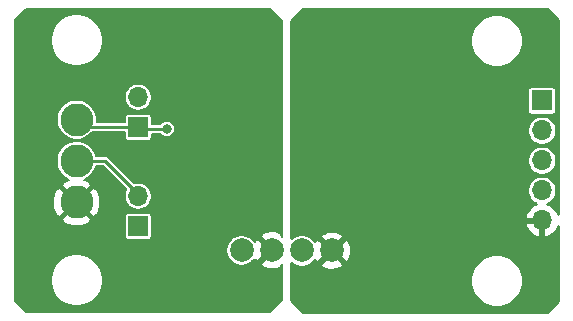
<source format=gbl>
G04 #@! TF.GenerationSoftware,KiCad,Pcbnew,5.1.12-84ad8e8a86~92~ubuntu16.04.1*
G04 #@! TF.CreationDate,2022-11-17T23:54:25+01:00*
G04 #@! TF.ProjectId,RS485-TTL,52533438-352d-4545-944c-2e6b69636164,rev?*
G04 #@! TF.SameCoordinates,Original*
G04 #@! TF.FileFunction,Copper,L2,Bot*
G04 #@! TF.FilePolarity,Positive*
%FSLAX46Y46*%
G04 Gerber Fmt 4.6, Leading zero omitted, Abs format (unit mm)*
G04 Created by KiCad (PCBNEW 5.1.12-84ad8e8a86~92~ubuntu16.04.1) date 2022-11-17 23:54:25*
%MOMM*%
%LPD*%
G01*
G04 APERTURE LIST*
G04 #@! TA.AperFunction,ComponentPad*
%ADD10C,2.800000*%
G04 #@! TD*
G04 #@! TA.AperFunction,ComponentPad*
%ADD11O,1.700000X1.700000*%
G04 #@! TD*
G04 #@! TA.AperFunction,ComponentPad*
%ADD12R,1.700000X1.700000*%
G04 #@! TD*
G04 #@! TA.AperFunction,ComponentPad*
%ADD13C,2.000000*%
G04 #@! TD*
G04 #@! TA.AperFunction,ViaPad*
%ADD14C,0.800000*%
G04 #@! TD*
G04 #@! TA.AperFunction,Conductor*
%ADD15C,0.250000*%
G04 #@! TD*
G04 #@! TA.AperFunction,Conductor*
%ADD16C,0.200000*%
G04 #@! TD*
G04 #@! TA.AperFunction,Conductor*
%ADD17C,0.100000*%
G04 #@! TD*
G04 #@! TA.AperFunction,Conductor*
%ADD18C,0.254000*%
G04 #@! TD*
G04 APERTURE END LIST*
D10*
X133350000Y-88392000D03*
X133350000Y-84892000D03*
X133350000Y-81392000D03*
D11*
X138557000Y-87884000D03*
D12*
X138557000Y-90424000D03*
D13*
X154940000Y-92456000D03*
X152400000Y-92456000D03*
X149860000Y-92456000D03*
X147320000Y-92456000D03*
D12*
X172720000Y-79756000D03*
D11*
X172720000Y-82296000D03*
X172720000Y-84836000D03*
X172720000Y-87376000D03*
X172720000Y-89916000D03*
D12*
X138557000Y-82042000D03*
D11*
X138557000Y-79502000D03*
D14*
X163195000Y-89916000D03*
X157988000Y-86106000D03*
X157734000Y-79248000D03*
X167894000Y-84836000D03*
X167894000Y-87376000D03*
X157988000Y-87757000D03*
X173228000Y-72898000D03*
X173228000Y-96774000D03*
X154559000Y-87630000D03*
X152400000Y-72898000D03*
X163195000Y-72898000D03*
X163195000Y-96774000D03*
X152400000Y-96774000D03*
X151892000Y-88011000D03*
X167894000Y-82296000D03*
X151892000Y-83058000D03*
X162179000Y-79756000D03*
X149860000Y-96774000D03*
X149860000Y-72898000D03*
X148717000Y-79883000D03*
X148717000Y-86233000D03*
X141732000Y-79502000D03*
X140716000Y-96774000D03*
X139954000Y-72898000D03*
X129032000Y-72898000D03*
X129032000Y-96774000D03*
X129032000Y-84899500D03*
X140589000Y-87757000D03*
X143129000Y-86042500D03*
X136206989Y-83566000D03*
X136206989Y-80518000D03*
X137541000Y-75374500D03*
X136356944Y-86518750D03*
X145288000Y-92456000D03*
X140969999Y-82176902D03*
D15*
X134000000Y-82042000D02*
X133350000Y-81392000D01*
X138557000Y-82042000D02*
X134000000Y-82042000D01*
X138691902Y-82176902D02*
X138557000Y-82042000D01*
X140969999Y-82176902D02*
X138691902Y-82176902D01*
X135755500Y-84892000D02*
X138557000Y-87693500D01*
X133350000Y-84892000D02*
X135755500Y-84892000D01*
D16*
X150776000Y-73002922D02*
X150776000Y-91306573D01*
X150680819Y-91064238D01*
X150393528Y-90930846D01*
X150085735Y-90856066D01*
X149769265Y-90842770D01*
X149456284Y-90891469D01*
X149158816Y-91000292D01*
X149039181Y-91064238D01*
X148939590Y-91317801D01*
X149860000Y-92238211D01*
X149874142Y-92224069D01*
X150091931Y-92441858D01*
X150077789Y-92456000D01*
X150091931Y-92470142D01*
X149874142Y-92687931D01*
X149860000Y-92673789D01*
X148939590Y-93594199D01*
X149039181Y-93847762D01*
X149326472Y-93981154D01*
X149634265Y-94055934D01*
X149950735Y-94069230D01*
X150263716Y-94020531D01*
X150561184Y-93911708D01*
X150680819Y-93847762D01*
X150776000Y-93605427D01*
X150776000Y-96669078D01*
X149755078Y-97690000D01*
X129073422Y-97690000D01*
X128116000Y-96732578D01*
X128116000Y-94779319D01*
X131150000Y-94779319D01*
X131150000Y-95212681D01*
X131234545Y-95637716D01*
X131400385Y-96038091D01*
X131641148Y-96398418D01*
X131947582Y-96704852D01*
X132307909Y-96945615D01*
X132708284Y-97111455D01*
X133133319Y-97196000D01*
X133566681Y-97196000D01*
X133991716Y-97111455D01*
X134392091Y-96945615D01*
X134752418Y-96704852D01*
X135058852Y-96398418D01*
X135299615Y-96038091D01*
X135465455Y-95637716D01*
X135550000Y-95212681D01*
X135550000Y-94779319D01*
X135465455Y-94354284D01*
X135299615Y-93953909D01*
X135058852Y-93593582D01*
X134752418Y-93287148D01*
X134392091Y-93046385D01*
X133991716Y-92880545D01*
X133566681Y-92796000D01*
X133133319Y-92796000D01*
X132708284Y-92880545D01*
X132307909Y-93046385D01*
X131947582Y-93287148D01*
X131641148Y-93593582D01*
X131400385Y-93953909D01*
X131234545Y-94354284D01*
X131150000Y-94779319D01*
X128116000Y-94779319D01*
X128116000Y-92327961D01*
X146020000Y-92327961D01*
X146020000Y-92584039D01*
X146069958Y-92835196D01*
X146167955Y-93071781D01*
X146310224Y-93284702D01*
X146491298Y-93465776D01*
X146704219Y-93608045D01*
X146940804Y-93706042D01*
X147191961Y-93756000D01*
X147448039Y-93756000D01*
X147699196Y-93706042D01*
X147935781Y-93608045D01*
X148148702Y-93465776D01*
X148329776Y-93284702D01*
X148409042Y-93166071D01*
X148468238Y-93276819D01*
X148721801Y-93376410D01*
X149642211Y-92456000D01*
X148721801Y-91535590D01*
X148468238Y-91635181D01*
X148413629Y-91752794D01*
X148329776Y-91627298D01*
X148148702Y-91446224D01*
X147935781Y-91303955D01*
X147699196Y-91205958D01*
X147448039Y-91156000D01*
X147191961Y-91156000D01*
X146940804Y-91205958D01*
X146704219Y-91303955D01*
X146491298Y-91446224D01*
X146310224Y-91627298D01*
X146167955Y-91840219D01*
X146069958Y-92076804D01*
X146020000Y-92327961D01*
X128116000Y-92327961D01*
X128116000Y-89815653D01*
X132144136Y-89815653D01*
X132292065Y-90110124D01*
X132647583Y-90283504D01*
X133030094Y-90384194D01*
X133424898Y-90408325D01*
X133816824Y-90354970D01*
X134190811Y-90226180D01*
X134407935Y-90110124D01*
X134555864Y-89815653D01*
X133350000Y-88609789D01*
X132144136Y-89815653D01*
X128116000Y-89815653D01*
X128116000Y-88466898D01*
X131333675Y-88466898D01*
X131387030Y-88858824D01*
X131515820Y-89232811D01*
X131631876Y-89449935D01*
X131926347Y-89597864D01*
X133132211Y-88392000D01*
X133567789Y-88392000D01*
X134773653Y-89597864D01*
X134821157Y-89574000D01*
X137405549Y-89574000D01*
X137405549Y-91274000D01*
X137411341Y-91332810D01*
X137428496Y-91389360D01*
X137456353Y-91441477D01*
X137493842Y-91487158D01*
X137539523Y-91524647D01*
X137591640Y-91552504D01*
X137648190Y-91569659D01*
X137707000Y-91575451D01*
X139407000Y-91575451D01*
X139465810Y-91569659D01*
X139522360Y-91552504D01*
X139574477Y-91524647D01*
X139620158Y-91487158D01*
X139657647Y-91441477D01*
X139685504Y-91389360D01*
X139702659Y-91332810D01*
X139708451Y-91274000D01*
X139708451Y-89574000D01*
X139702659Y-89515190D01*
X139685504Y-89458640D01*
X139657647Y-89406523D01*
X139620158Y-89360842D01*
X139574477Y-89323353D01*
X139522360Y-89295496D01*
X139465810Y-89278341D01*
X139407000Y-89272549D01*
X137707000Y-89272549D01*
X137648190Y-89278341D01*
X137591640Y-89295496D01*
X137539523Y-89323353D01*
X137493842Y-89360842D01*
X137456353Y-89406523D01*
X137428496Y-89458640D01*
X137411341Y-89515190D01*
X137405549Y-89574000D01*
X134821157Y-89574000D01*
X135068124Y-89449935D01*
X135241504Y-89094417D01*
X135342194Y-88711906D01*
X135366325Y-88317102D01*
X135312970Y-87925176D01*
X135184180Y-87551189D01*
X135068124Y-87334065D01*
X134773653Y-87186136D01*
X133567789Y-88392000D01*
X133132211Y-88392000D01*
X131926347Y-87186136D01*
X131631876Y-87334065D01*
X131458496Y-87689583D01*
X131357806Y-88072094D01*
X131333675Y-88466898D01*
X128116000Y-88466898D01*
X128116000Y-84724565D01*
X131650000Y-84724565D01*
X131650000Y-85059435D01*
X131715330Y-85387872D01*
X131843479Y-85697252D01*
X132029523Y-85975687D01*
X132266313Y-86212477D01*
X132544748Y-86398521D01*
X132738601Y-86478817D01*
X132509189Y-86557820D01*
X132292065Y-86673876D01*
X132144136Y-86968347D01*
X133350000Y-88174211D01*
X134555864Y-86968347D01*
X134407935Y-86673876D01*
X134052417Y-86500496D01*
X133964765Y-86477423D01*
X134155252Y-86398521D01*
X134433687Y-86212477D01*
X134670477Y-85975687D01*
X134856521Y-85697252D01*
X134984670Y-85387872D01*
X134998767Y-85317000D01*
X135579460Y-85317000D01*
X137563457Y-87300998D01*
X137537884Y-87339271D01*
X137451194Y-87548557D01*
X137407000Y-87770735D01*
X137407000Y-87997265D01*
X137451194Y-88219443D01*
X137537884Y-88428729D01*
X137663737Y-88617082D01*
X137823918Y-88777263D01*
X138012271Y-88903116D01*
X138221557Y-88989806D01*
X138443735Y-89034000D01*
X138670265Y-89034000D01*
X138892443Y-88989806D01*
X139101729Y-88903116D01*
X139290082Y-88777263D01*
X139450263Y-88617082D01*
X139576116Y-88428729D01*
X139662806Y-88219443D01*
X139707000Y-87997265D01*
X139707000Y-87770735D01*
X139662806Y-87548557D01*
X139576116Y-87339271D01*
X139450263Y-87150918D01*
X139290082Y-86990737D01*
X139101729Y-86864884D01*
X138892443Y-86778194D01*
X138670265Y-86734000D01*
X138443735Y-86734000D01*
X138239221Y-86774680D01*
X136070783Y-84606243D01*
X136057474Y-84590026D01*
X135992760Y-84536916D01*
X135918927Y-84497452D01*
X135838814Y-84473150D01*
X135776374Y-84467000D01*
X135776367Y-84467000D01*
X135755500Y-84464945D01*
X135734633Y-84467000D01*
X134998767Y-84467000D01*
X134984670Y-84396128D01*
X134856521Y-84086748D01*
X134670477Y-83808313D01*
X134433687Y-83571523D01*
X134155252Y-83385479D01*
X133845872Y-83257330D01*
X133517435Y-83192000D01*
X133182565Y-83192000D01*
X132854128Y-83257330D01*
X132544748Y-83385479D01*
X132266313Y-83571523D01*
X132029523Y-83808313D01*
X131843479Y-84086748D01*
X131715330Y-84396128D01*
X131650000Y-84724565D01*
X128116000Y-84724565D01*
X128116000Y-81224565D01*
X131650000Y-81224565D01*
X131650000Y-81559435D01*
X131715330Y-81887872D01*
X131843479Y-82197252D01*
X132029523Y-82475687D01*
X132266313Y-82712477D01*
X132544748Y-82898521D01*
X132854128Y-83026670D01*
X133182565Y-83092000D01*
X133517435Y-83092000D01*
X133845872Y-83026670D01*
X134155252Y-82898521D01*
X134433687Y-82712477D01*
X134670477Y-82475687D01*
X134676281Y-82467000D01*
X137405549Y-82467000D01*
X137405549Y-82892000D01*
X137411341Y-82950810D01*
X137428496Y-83007360D01*
X137456353Y-83059477D01*
X137493842Y-83105158D01*
X137539523Y-83142647D01*
X137591640Y-83170504D01*
X137648190Y-83187659D01*
X137707000Y-83193451D01*
X139407000Y-83193451D01*
X139465810Y-83187659D01*
X139522360Y-83170504D01*
X139574477Y-83142647D01*
X139620158Y-83105158D01*
X139657647Y-83059477D01*
X139685504Y-83007360D01*
X139702659Y-82950810D01*
X139708451Y-82892000D01*
X139708451Y-82601902D01*
X140412092Y-82601902D01*
X140426273Y-82623126D01*
X140523775Y-82720628D01*
X140638425Y-82797234D01*
X140765817Y-82850001D01*
X140901055Y-82876902D01*
X141038943Y-82876902D01*
X141174181Y-82850001D01*
X141301573Y-82797234D01*
X141416223Y-82720628D01*
X141513725Y-82623126D01*
X141590331Y-82508476D01*
X141643098Y-82381084D01*
X141669999Y-82245846D01*
X141669999Y-82107958D01*
X141643098Y-81972720D01*
X141590331Y-81845328D01*
X141513725Y-81730678D01*
X141416223Y-81633176D01*
X141301573Y-81556570D01*
X141174181Y-81503803D01*
X141038943Y-81476902D01*
X140901055Y-81476902D01*
X140765817Y-81503803D01*
X140638425Y-81556570D01*
X140523775Y-81633176D01*
X140426273Y-81730678D01*
X140412092Y-81751902D01*
X139708451Y-81751902D01*
X139708451Y-81192000D01*
X139702659Y-81133190D01*
X139685504Y-81076640D01*
X139657647Y-81024523D01*
X139620158Y-80978842D01*
X139574477Y-80941353D01*
X139522360Y-80913496D01*
X139465810Y-80896341D01*
X139407000Y-80890549D01*
X137707000Y-80890549D01*
X137648190Y-80896341D01*
X137591640Y-80913496D01*
X137539523Y-80941353D01*
X137493842Y-80978842D01*
X137456353Y-81024523D01*
X137428496Y-81076640D01*
X137411341Y-81133190D01*
X137405549Y-81192000D01*
X137405549Y-81617000D01*
X135038550Y-81617000D01*
X135050000Y-81559435D01*
X135050000Y-81224565D01*
X134984670Y-80896128D01*
X134856521Y-80586748D01*
X134670477Y-80308313D01*
X134433687Y-80071523D01*
X134155252Y-79885479D01*
X133845872Y-79757330D01*
X133517435Y-79692000D01*
X133182565Y-79692000D01*
X132854128Y-79757330D01*
X132544748Y-79885479D01*
X132266313Y-80071523D01*
X132029523Y-80308313D01*
X131843479Y-80586748D01*
X131715330Y-80896128D01*
X131650000Y-81224565D01*
X128116000Y-81224565D01*
X128116000Y-79388735D01*
X137407000Y-79388735D01*
X137407000Y-79615265D01*
X137451194Y-79837443D01*
X137537884Y-80046729D01*
X137663737Y-80235082D01*
X137823918Y-80395263D01*
X138012271Y-80521116D01*
X138221557Y-80607806D01*
X138443735Y-80652000D01*
X138670265Y-80652000D01*
X138892443Y-80607806D01*
X139101729Y-80521116D01*
X139290082Y-80395263D01*
X139450263Y-80235082D01*
X139576116Y-80046729D01*
X139662806Y-79837443D01*
X139707000Y-79615265D01*
X139707000Y-79388735D01*
X139662806Y-79166557D01*
X139576116Y-78957271D01*
X139450263Y-78768918D01*
X139290082Y-78608737D01*
X139101729Y-78482884D01*
X138892443Y-78396194D01*
X138670265Y-78352000D01*
X138443735Y-78352000D01*
X138221557Y-78396194D01*
X138012271Y-78482884D01*
X137823918Y-78608737D01*
X137663737Y-78768918D01*
X137537884Y-78957271D01*
X137451194Y-79166557D01*
X137407000Y-79388735D01*
X128116000Y-79388735D01*
X128116000Y-74459319D01*
X131150000Y-74459319D01*
X131150000Y-74892681D01*
X131234545Y-75317716D01*
X131400385Y-75718091D01*
X131641148Y-76078418D01*
X131947582Y-76384852D01*
X132307909Y-76625615D01*
X132708284Y-76791455D01*
X133133319Y-76876000D01*
X133566681Y-76876000D01*
X133991716Y-76791455D01*
X134392091Y-76625615D01*
X134752418Y-76384852D01*
X135058852Y-76078418D01*
X135299615Y-75718091D01*
X135465455Y-75317716D01*
X135550000Y-74892681D01*
X135550000Y-74459319D01*
X135465455Y-74034284D01*
X135299615Y-73633909D01*
X135058852Y-73273582D01*
X134752418Y-72967148D01*
X134392091Y-72726385D01*
X133991716Y-72560545D01*
X133566681Y-72476000D01*
X133133319Y-72476000D01*
X132708284Y-72560545D01*
X132307909Y-72726385D01*
X131947582Y-72967148D01*
X131641148Y-73273582D01*
X131400385Y-73633909D01*
X131234545Y-74034284D01*
X131150000Y-74459319D01*
X128116000Y-74459319D01*
X128116000Y-72939422D01*
X129073422Y-71982000D01*
X149755078Y-71982000D01*
X150776000Y-73002922D01*
G04 #@! TA.AperFunction,Conductor*
D17*
G36*
X150776000Y-73002922D02*
G01*
X150776000Y-91306573D01*
X150680819Y-91064238D01*
X150393528Y-90930846D01*
X150085735Y-90856066D01*
X149769265Y-90842770D01*
X149456284Y-90891469D01*
X149158816Y-91000292D01*
X149039181Y-91064238D01*
X148939590Y-91317801D01*
X149860000Y-92238211D01*
X149874142Y-92224069D01*
X150091931Y-92441858D01*
X150077789Y-92456000D01*
X150091931Y-92470142D01*
X149874142Y-92687931D01*
X149860000Y-92673789D01*
X148939590Y-93594199D01*
X149039181Y-93847762D01*
X149326472Y-93981154D01*
X149634265Y-94055934D01*
X149950735Y-94069230D01*
X150263716Y-94020531D01*
X150561184Y-93911708D01*
X150680819Y-93847762D01*
X150776000Y-93605427D01*
X150776000Y-96669078D01*
X149755078Y-97690000D01*
X129073422Y-97690000D01*
X128116000Y-96732578D01*
X128116000Y-94779319D01*
X131150000Y-94779319D01*
X131150000Y-95212681D01*
X131234545Y-95637716D01*
X131400385Y-96038091D01*
X131641148Y-96398418D01*
X131947582Y-96704852D01*
X132307909Y-96945615D01*
X132708284Y-97111455D01*
X133133319Y-97196000D01*
X133566681Y-97196000D01*
X133991716Y-97111455D01*
X134392091Y-96945615D01*
X134752418Y-96704852D01*
X135058852Y-96398418D01*
X135299615Y-96038091D01*
X135465455Y-95637716D01*
X135550000Y-95212681D01*
X135550000Y-94779319D01*
X135465455Y-94354284D01*
X135299615Y-93953909D01*
X135058852Y-93593582D01*
X134752418Y-93287148D01*
X134392091Y-93046385D01*
X133991716Y-92880545D01*
X133566681Y-92796000D01*
X133133319Y-92796000D01*
X132708284Y-92880545D01*
X132307909Y-93046385D01*
X131947582Y-93287148D01*
X131641148Y-93593582D01*
X131400385Y-93953909D01*
X131234545Y-94354284D01*
X131150000Y-94779319D01*
X128116000Y-94779319D01*
X128116000Y-92327961D01*
X146020000Y-92327961D01*
X146020000Y-92584039D01*
X146069958Y-92835196D01*
X146167955Y-93071781D01*
X146310224Y-93284702D01*
X146491298Y-93465776D01*
X146704219Y-93608045D01*
X146940804Y-93706042D01*
X147191961Y-93756000D01*
X147448039Y-93756000D01*
X147699196Y-93706042D01*
X147935781Y-93608045D01*
X148148702Y-93465776D01*
X148329776Y-93284702D01*
X148409042Y-93166071D01*
X148468238Y-93276819D01*
X148721801Y-93376410D01*
X149642211Y-92456000D01*
X148721801Y-91535590D01*
X148468238Y-91635181D01*
X148413629Y-91752794D01*
X148329776Y-91627298D01*
X148148702Y-91446224D01*
X147935781Y-91303955D01*
X147699196Y-91205958D01*
X147448039Y-91156000D01*
X147191961Y-91156000D01*
X146940804Y-91205958D01*
X146704219Y-91303955D01*
X146491298Y-91446224D01*
X146310224Y-91627298D01*
X146167955Y-91840219D01*
X146069958Y-92076804D01*
X146020000Y-92327961D01*
X128116000Y-92327961D01*
X128116000Y-89815653D01*
X132144136Y-89815653D01*
X132292065Y-90110124D01*
X132647583Y-90283504D01*
X133030094Y-90384194D01*
X133424898Y-90408325D01*
X133816824Y-90354970D01*
X134190811Y-90226180D01*
X134407935Y-90110124D01*
X134555864Y-89815653D01*
X133350000Y-88609789D01*
X132144136Y-89815653D01*
X128116000Y-89815653D01*
X128116000Y-88466898D01*
X131333675Y-88466898D01*
X131387030Y-88858824D01*
X131515820Y-89232811D01*
X131631876Y-89449935D01*
X131926347Y-89597864D01*
X133132211Y-88392000D01*
X133567789Y-88392000D01*
X134773653Y-89597864D01*
X134821157Y-89574000D01*
X137405549Y-89574000D01*
X137405549Y-91274000D01*
X137411341Y-91332810D01*
X137428496Y-91389360D01*
X137456353Y-91441477D01*
X137493842Y-91487158D01*
X137539523Y-91524647D01*
X137591640Y-91552504D01*
X137648190Y-91569659D01*
X137707000Y-91575451D01*
X139407000Y-91575451D01*
X139465810Y-91569659D01*
X139522360Y-91552504D01*
X139574477Y-91524647D01*
X139620158Y-91487158D01*
X139657647Y-91441477D01*
X139685504Y-91389360D01*
X139702659Y-91332810D01*
X139708451Y-91274000D01*
X139708451Y-89574000D01*
X139702659Y-89515190D01*
X139685504Y-89458640D01*
X139657647Y-89406523D01*
X139620158Y-89360842D01*
X139574477Y-89323353D01*
X139522360Y-89295496D01*
X139465810Y-89278341D01*
X139407000Y-89272549D01*
X137707000Y-89272549D01*
X137648190Y-89278341D01*
X137591640Y-89295496D01*
X137539523Y-89323353D01*
X137493842Y-89360842D01*
X137456353Y-89406523D01*
X137428496Y-89458640D01*
X137411341Y-89515190D01*
X137405549Y-89574000D01*
X134821157Y-89574000D01*
X135068124Y-89449935D01*
X135241504Y-89094417D01*
X135342194Y-88711906D01*
X135366325Y-88317102D01*
X135312970Y-87925176D01*
X135184180Y-87551189D01*
X135068124Y-87334065D01*
X134773653Y-87186136D01*
X133567789Y-88392000D01*
X133132211Y-88392000D01*
X131926347Y-87186136D01*
X131631876Y-87334065D01*
X131458496Y-87689583D01*
X131357806Y-88072094D01*
X131333675Y-88466898D01*
X128116000Y-88466898D01*
X128116000Y-84724565D01*
X131650000Y-84724565D01*
X131650000Y-85059435D01*
X131715330Y-85387872D01*
X131843479Y-85697252D01*
X132029523Y-85975687D01*
X132266313Y-86212477D01*
X132544748Y-86398521D01*
X132738601Y-86478817D01*
X132509189Y-86557820D01*
X132292065Y-86673876D01*
X132144136Y-86968347D01*
X133350000Y-88174211D01*
X134555864Y-86968347D01*
X134407935Y-86673876D01*
X134052417Y-86500496D01*
X133964765Y-86477423D01*
X134155252Y-86398521D01*
X134433687Y-86212477D01*
X134670477Y-85975687D01*
X134856521Y-85697252D01*
X134984670Y-85387872D01*
X134998767Y-85317000D01*
X135579460Y-85317000D01*
X137563457Y-87300998D01*
X137537884Y-87339271D01*
X137451194Y-87548557D01*
X137407000Y-87770735D01*
X137407000Y-87997265D01*
X137451194Y-88219443D01*
X137537884Y-88428729D01*
X137663737Y-88617082D01*
X137823918Y-88777263D01*
X138012271Y-88903116D01*
X138221557Y-88989806D01*
X138443735Y-89034000D01*
X138670265Y-89034000D01*
X138892443Y-88989806D01*
X139101729Y-88903116D01*
X139290082Y-88777263D01*
X139450263Y-88617082D01*
X139576116Y-88428729D01*
X139662806Y-88219443D01*
X139707000Y-87997265D01*
X139707000Y-87770735D01*
X139662806Y-87548557D01*
X139576116Y-87339271D01*
X139450263Y-87150918D01*
X139290082Y-86990737D01*
X139101729Y-86864884D01*
X138892443Y-86778194D01*
X138670265Y-86734000D01*
X138443735Y-86734000D01*
X138239221Y-86774680D01*
X136070783Y-84606243D01*
X136057474Y-84590026D01*
X135992760Y-84536916D01*
X135918927Y-84497452D01*
X135838814Y-84473150D01*
X135776374Y-84467000D01*
X135776367Y-84467000D01*
X135755500Y-84464945D01*
X135734633Y-84467000D01*
X134998767Y-84467000D01*
X134984670Y-84396128D01*
X134856521Y-84086748D01*
X134670477Y-83808313D01*
X134433687Y-83571523D01*
X134155252Y-83385479D01*
X133845872Y-83257330D01*
X133517435Y-83192000D01*
X133182565Y-83192000D01*
X132854128Y-83257330D01*
X132544748Y-83385479D01*
X132266313Y-83571523D01*
X132029523Y-83808313D01*
X131843479Y-84086748D01*
X131715330Y-84396128D01*
X131650000Y-84724565D01*
X128116000Y-84724565D01*
X128116000Y-81224565D01*
X131650000Y-81224565D01*
X131650000Y-81559435D01*
X131715330Y-81887872D01*
X131843479Y-82197252D01*
X132029523Y-82475687D01*
X132266313Y-82712477D01*
X132544748Y-82898521D01*
X132854128Y-83026670D01*
X133182565Y-83092000D01*
X133517435Y-83092000D01*
X133845872Y-83026670D01*
X134155252Y-82898521D01*
X134433687Y-82712477D01*
X134670477Y-82475687D01*
X134676281Y-82467000D01*
X137405549Y-82467000D01*
X137405549Y-82892000D01*
X137411341Y-82950810D01*
X137428496Y-83007360D01*
X137456353Y-83059477D01*
X137493842Y-83105158D01*
X137539523Y-83142647D01*
X137591640Y-83170504D01*
X137648190Y-83187659D01*
X137707000Y-83193451D01*
X139407000Y-83193451D01*
X139465810Y-83187659D01*
X139522360Y-83170504D01*
X139574477Y-83142647D01*
X139620158Y-83105158D01*
X139657647Y-83059477D01*
X139685504Y-83007360D01*
X139702659Y-82950810D01*
X139708451Y-82892000D01*
X139708451Y-82601902D01*
X140412092Y-82601902D01*
X140426273Y-82623126D01*
X140523775Y-82720628D01*
X140638425Y-82797234D01*
X140765817Y-82850001D01*
X140901055Y-82876902D01*
X141038943Y-82876902D01*
X141174181Y-82850001D01*
X141301573Y-82797234D01*
X141416223Y-82720628D01*
X141513725Y-82623126D01*
X141590331Y-82508476D01*
X141643098Y-82381084D01*
X141669999Y-82245846D01*
X141669999Y-82107958D01*
X141643098Y-81972720D01*
X141590331Y-81845328D01*
X141513725Y-81730678D01*
X141416223Y-81633176D01*
X141301573Y-81556570D01*
X141174181Y-81503803D01*
X141038943Y-81476902D01*
X140901055Y-81476902D01*
X140765817Y-81503803D01*
X140638425Y-81556570D01*
X140523775Y-81633176D01*
X140426273Y-81730678D01*
X140412092Y-81751902D01*
X139708451Y-81751902D01*
X139708451Y-81192000D01*
X139702659Y-81133190D01*
X139685504Y-81076640D01*
X139657647Y-81024523D01*
X139620158Y-80978842D01*
X139574477Y-80941353D01*
X139522360Y-80913496D01*
X139465810Y-80896341D01*
X139407000Y-80890549D01*
X137707000Y-80890549D01*
X137648190Y-80896341D01*
X137591640Y-80913496D01*
X137539523Y-80941353D01*
X137493842Y-80978842D01*
X137456353Y-81024523D01*
X137428496Y-81076640D01*
X137411341Y-81133190D01*
X137405549Y-81192000D01*
X137405549Y-81617000D01*
X135038550Y-81617000D01*
X135050000Y-81559435D01*
X135050000Y-81224565D01*
X134984670Y-80896128D01*
X134856521Y-80586748D01*
X134670477Y-80308313D01*
X134433687Y-80071523D01*
X134155252Y-79885479D01*
X133845872Y-79757330D01*
X133517435Y-79692000D01*
X133182565Y-79692000D01*
X132854128Y-79757330D01*
X132544748Y-79885479D01*
X132266313Y-80071523D01*
X132029523Y-80308313D01*
X131843479Y-80586748D01*
X131715330Y-80896128D01*
X131650000Y-81224565D01*
X128116000Y-81224565D01*
X128116000Y-79388735D01*
X137407000Y-79388735D01*
X137407000Y-79615265D01*
X137451194Y-79837443D01*
X137537884Y-80046729D01*
X137663737Y-80235082D01*
X137823918Y-80395263D01*
X138012271Y-80521116D01*
X138221557Y-80607806D01*
X138443735Y-80652000D01*
X138670265Y-80652000D01*
X138892443Y-80607806D01*
X139101729Y-80521116D01*
X139290082Y-80395263D01*
X139450263Y-80235082D01*
X139576116Y-80046729D01*
X139662806Y-79837443D01*
X139707000Y-79615265D01*
X139707000Y-79388735D01*
X139662806Y-79166557D01*
X139576116Y-78957271D01*
X139450263Y-78768918D01*
X139290082Y-78608737D01*
X139101729Y-78482884D01*
X138892443Y-78396194D01*
X138670265Y-78352000D01*
X138443735Y-78352000D01*
X138221557Y-78396194D01*
X138012271Y-78482884D01*
X137823918Y-78608737D01*
X137663737Y-78768918D01*
X137537884Y-78957271D01*
X137451194Y-79166557D01*
X137407000Y-79388735D01*
X128116000Y-79388735D01*
X128116000Y-74459319D01*
X131150000Y-74459319D01*
X131150000Y-74892681D01*
X131234545Y-75317716D01*
X131400385Y-75718091D01*
X131641148Y-76078418D01*
X131947582Y-76384852D01*
X132307909Y-76625615D01*
X132708284Y-76791455D01*
X133133319Y-76876000D01*
X133566681Y-76876000D01*
X133991716Y-76791455D01*
X134392091Y-76625615D01*
X134752418Y-76384852D01*
X135058852Y-76078418D01*
X135299615Y-75718091D01*
X135465455Y-75317716D01*
X135550000Y-74892681D01*
X135550000Y-74459319D01*
X135465455Y-74034284D01*
X135299615Y-73633909D01*
X135058852Y-73273582D01*
X134752418Y-72967148D01*
X134392091Y-72726385D01*
X133991716Y-72560545D01*
X133566681Y-72476000D01*
X133133319Y-72476000D01*
X132708284Y-72560545D01*
X132307909Y-72726385D01*
X131947582Y-72967148D01*
X131641148Y-73273582D01*
X131400385Y-73633909D01*
X131234545Y-74034284D01*
X131150000Y-74459319D01*
X128116000Y-74459319D01*
X128116000Y-72939422D01*
X129073422Y-71982000D01*
X149755078Y-71982000D01*
X150776000Y-73002922D01*
G37*
G04 #@! TD.AperFunction*
D18*
X174117000Y-72950606D02*
X174117000Y-89412478D01*
X174116825Y-89411901D01*
X173991641Y-89149080D01*
X173817588Y-88915731D01*
X173601355Y-88720822D01*
X173351252Y-88571843D01*
X173188832Y-88514228D01*
X173303097Y-88466898D01*
X173504717Y-88332180D01*
X173676180Y-88160717D01*
X173810898Y-87959097D01*
X173903693Y-87735069D01*
X173951000Y-87497243D01*
X173951000Y-87254757D01*
X173903693Y-87016931D01*
X173810898Y-86792903D01*
X173676180Y-86591283D01*
X173504717Y-86419820D01*
X173303097Y-86285102D01*
X173079069Y-86192307D01*
X172841243Y-86145000D01*
X172598757Y-86145000D01*
X172360931Y-86192307D01*
X172136903Y-86285102D01*
X171935283Y-86419820D01*
X171763820Y-86591283D01*
X171629102Y-86792903D01*
X171536307Y-87016931D01*
X171489000Y-87254757D01*
X171489000Y-87497243D01*
X171536307Y-87735069D01*
X171629102Y-87959097D01*
X171763820Y-88160717D01*
X171935283Y-88332180D01*
X172136903Y-88466898D01*
X172251168Y-88514228D01*
X172088748Y-88571843D01*
X171838645Y-88720822D01*
X171622412Y-88915731D01*
X171448359Y-89149080D01*
X171323175Y-89411901D01*
X171278524Y-89559110D01*
X171399845Y-89789000D01*
X172593000Y-89789000D01*
X172593000Y-89769000D01*
X172847000Y-89769000D01*
X172847000Y-89789000D01*
X172867000Y-89789000D01*
X172867000Y-90043000D01*
X172847000Y-90043000D01*
X172847000Y-91236814D01*
X173076891Y-91357481D01*
X173351252Y-91260157D01*
X173601355Y-91111178D01*
X173817588Y-90916269D01*
X173991641Y-90682920D01*
X174116825Y-90420099D01*
X174117000Y-90419522D01*
X174117000Y-96721394D01*
X173175394Y-97663000D01*
X152516106Y-97663000D01*
X151511000Y-96657894D01*
X151511000Y-94776660D01*
X166683000Y-94776660D01*
X166683000Y-95215340D01*
X166768582Y-95645592D01*
X166936458Y-96050880D01*
X167180176Y-96415630D01*
X167490370Y-96725824D01*
X167855120Y-96969542D01*
X168260408Y-97137418D01*
X168690660Y-97223000D01*
X169129340Y-97223000D01*
X169559592Y-97137418D01*
X169964880Y-96969542D01*
X170329630Y-96725824D01*
X170639824Y-96415630D01*
X170883542Y-96050880D01*
X171051418Y-95645592D01*
X171137000Y-95215340D01*
X171137000Y-94776660D01*
X171051418Y-94346408D01*
X170883542Y-93941120D01*
X170639824Y-93576370D01*
X170329630Y-93266176D01*
X169964880Y-93022458D01*
X169559592Y-92854582D01*
X169129340Y-92769000D01*
X168690660Y-92769000D01*
X168260408Y-92854582D01*
X167855120Y-93022458D01*
X167490370Y-93266176D01*
X167180176Y-93576370D01*
X166936458Y-93941120D01*
X166768582Y-94346408D01*
X166683000Y-94776660D01*
X151511000Y-94776660D01*
X151511000Y-93520029D01*
X151519664Y-93528693D01*
X151745851Y-93679826D01*
X151997177Y-93783929D01*
X152263983Y-93837000D01*
X152536017Y-93837000D01*
X152802823Y-93783929D01*
X153054149Y-93679826D01*
X153186468Y-93591413D01*
X153984192Y-93591413D01*
X154079956Y-93855814D01*
X154369571Y-93996704D01*
X154681108Y-94078384D01*
X155002595Y-94097718D01*
X155321675Y-94053961D01*
X155626088Y-93948795D01*
X155800044Y-93855814D01*
X155895808Y-93591413D01*
X154940000Y-92635605D01*
X153984192Y-93591413D01*
X153186468Y-93591413D01*
X153280336Y-93528693D01*
X153472693Y-93336336D01*
X153516216Y-93271199D01*
X153540186Y-93316044D01*
X153804587Y-93411808D01*
X154760395Y-92456000D01*
X155119605Y-92456000D01*
X156075413Y-93411808D01*
X156339814Y-93316044D01*
X156480704Y-93026429D01*
X156562384Y-92714892D01*
X156581718Y-92393405D01*
X156537961Y-92074325D01*
X156432795Y-91769912D01*
X156339814Y-91595956D01*
X156075413Y-91500192D01*
X155119605Y-92456000D01*
X154760395Y-92456000D01*
X153804587Y-91500192D01*
X153540186Y-91595956D01*
X153517463Y-91642667D01*
X153472693Y-91575664D01*
X153280336Y-91383307D01*
X153186469Y-91320587D01*
X153984192Y-91320587D01*
X154940000Y-92276395D01*
X155895808Y-91320587D01*
X155800044Y-91056186D01*
X155510429Y-90915296D01*
X155198892Y-90833616D01*
X154877405Y-90814282D01*
X154558325Y-90858039D01*
X154253912Y-90963205D01*
X154079956Y-91056186D01*
X153984192Y-91320587D01*
X153186469Y-91320587D01*
X153054149Y-91232174D01*
X152802823Y-91128071D01*
X152536017Y-91075000D01*
X152263983Y-91075000D01*
X151997177Y-91128071D01*
X151745851Y-91232174D01*
X151519664Y-91383307D01*
X151511000Y-91391971D01*
X151511000Y-90272890D01*
X171278524Y-90272890D01*
X171323175Y-90420099D01*
X171448359Y-90682920D01*
X171622412Y-90916269D01*
X171838645Y-91111178D01*
X172088748Y-91260157D01*
X172363109Y-91357481D01*
X172593000Y-91236814D01*
X172593000Y-90043000D01*
X171399845Y-90043000D01*
X171278524Y-90272890D01*
X151511000Y-90272890D01*
X151511000Y-84714757D01*
X171489000Y-84714757D01*
X171489000Y-84957243D01*
X171536307Y-85195069D01*
X171629102Y-85419097D01*
X171763820Y-85620717D01*
X171935283Y-85792180D01*
X172136903Y-85926898D01*
X172360931Y-86019693D01*
X172598757Y-86067000D01*
X172841243Y-86067000D01*
X173079069Y-86019693D01*
X173303097Y-85926898D01*
X173504717Y-85792180D01*
X173676180Y-85620717D01*
X173810898Y-85419097D01*
X173903693Y-85195069D01*
X173951000Y-84957243D01*
X173951000Y-84714757D01*
X173903693Y-84476931D01*
X173810898Y-84252903D01*
X173676180Y-84051283D01*
X173504717Y-83879820D01*
X173303097Y-83745102D01*
X173079069Y-83652307D01*
X172841243Y-83605000D01*
X172598757Y-83605000D01*
X172360931Y-83652307D01*
X172136903Y-83745102D01*
X171935283Y-83879820D01*
X171763820Y-84051283D01*
X171629102Y-84252903D01*
X171536307Y-84476931D01*
X171489000Y-84714757D01*
X151511000Y-84714757D01*
X151511000Y-82174757D01*
X171489000Y-82174757D01*
X171489000Y-82417243D01*
X171536307Y-82655069D01*
X171629102Y-82879097D01*
X171763820Y-83080717D01*
X171935283Y-83252180D01*
X172136903Y-83386898D01*
X172360931Y-83479693D01*
X172598757Y-83527000D01*
X172841243Y-83527000D01*
X173079069Y-83479693D01*
X173303097Y-83386898D01*
X173504717Y-83252180D01*
X173676180Y-83080717D01*
X173810898Y-82879097D01*
X173903693Y-82655069D01*
X173951000Y-82417243D01*
X173951000Y-82174757D01*
X173903693Y-81936931D01*
X173810898Y-81712903D01*
X173676180Y-81511283D01*
X173504717Y-81339820D01*
X173303097Y-81205102D01*
X173079069Y-81112307D01*
X172841243Y-81065000D01*
X172598757Y-81065000D01*
X172360931Y-81112307D01*
X172136903Y-81205102D01*
X171935283Y-81339820D01*
X171763820Y-81511283D01*
X171629102Y-81712903D01*
X171536307Y-81936931D01*
X171489000Y-82174757D01*
X151511000Y-82174757D01*
X151511000Y-78906000D01*
X171487157Y-78906000D01*
X171487157Y-80606000D01*
X171494513Y-80680689D01*
X171516299Y-80752508D01*
X171551678Y-80818696D01*
X171599289Y-80876711D01*
X171657304Y-80924322D01*
X171723492Y-80959701D01*
X171795311Y-80981487D01*
X171870000Y-80988843D01*
X173570000Y-80988843D01*
X173644689Y-80981487D01*
X173716508Y-80959701D01*
X173782696Y-80924322D01*
X173840711Y-80876711D01*
X173888322Y-80818696D01*
X173923701Y-80752508D01*
X173945487Y-80680689D01*
X173952843Y-80606000D01*
X173952843Y-78906000D01*
X173945487Y-78831311D01*
X173923701Y-78759492D01*
X173888322Y-78693304D01*
X173840711Y-78635289D01*
X173782696Y-78587678D01*
X173716508Y-78552299D01*
X173644689Y-78530513D01*
X173570000Y-78523157D01*
X171870000Y-78523157D01*
X171795311Y-78530513D01*
X171723492Y-78552299D01*
X171657304Y-78587678D01*
X171599289Y-78635289D01*
X171551678Y-78693304D01*
X171516299Y-78759492D01*
X171494513Y-78831311D01*
X171487157Y-78906000D01*
X151511000Y-78906000D01*
X151511000Y-74456660D01*
X166683000Y-74456660D01*
X166683000Y-74895340D01*
X166768582Y-75325592D01*
X166936458Y-75730880D01*
X167180176Y-76095630D01*
X167490370Y-76405824D01*
X167855120Y-76649542D01*
X168260408Y-76817418D01*
X168690660Y-76903000D01*
X169129340Y-76903000D01*
X169559592Y-76817418D01*
X169964880Y-76649542D01*
X170329630Y-76405824D01*
X170639824Y-76095630D01*
X170883542Y-75730880D01*
X171051418Y-75325592D01*
X171137000Y-74895340D01*
X171137000Y-74456660D01*
X171051418Y-74026408D01*
X170883542Y-73621120D01*
X170639824Y-73256370D01*
X170329630Y-72946176D01*
X169964880Y-72702458D01*
X169559592Y-72534582D01*
X169129340Y-72449000D01*
X168690660Y-72449000D01*
X168260408Y-72534582D01*
X167855120Y-72702458D01*
X167490370Y-72946176D01*
X167180176Y-73256370D01*
X166936458Y-73621120D01*
X166768582Y-74026408D01*
X166683000Y-74456660D01*
X151511000Y-74456660D01*
X151511000Y-73014106D01*
X152516106Y-72009000D01*
X173175394Y-72009000D01*
X174117000Y-72950606D01*
G04 #@! TA.AperFunction,Conductor*
D17*
G36*
X174117000Y-72950606D02*
G01*
X174117000Y-89412478D01*
X174116825Y-89411901D01*
X173991641Y-89149080D01*
X173817588Y-88915731D01*
X173601355Y-88720822D01*
X173351252Y-88571843D01*
X173188832Y-88514228D01*
X173303097Y-88466898D01*
X173504717Y-88332180D01*
X173676180Y-88160717D01*
X173810898Y-87959097D01*
X173903693Y-87735069D01*
X173951000Y-87497243D01*
X173951000Y-87254757D01*
X173903693Y-87016931D01*
X173810898Y-86792903D01*
X173676180Y-86591283D01*
X173504717Y-86419820D01*
X173303097Y-86285102D01*
X173079069Y-86192307D01*
X172841243Y-86145000D01*
X172598757Y-86145000D01*
X172360931Y-86192307D01*
X172136903Y-86285102D01*
X171935283Y-86419820D01*
X171763820Y-86591283D01*
X171629102Y-86792903D01*
X171536307Y-87016931D01*
X171489000Y-87254757D01*
X171489000Y-87497243D01*
X171536307Y-87735069D01*
X171629102Y-87959097D01*
X171763820Y-88160717D01*
X171935283Y-88332180D01*
X172136903Y-88466898D01*
X172251168Y-88514228D01*
X172088748Y-88571843D01*
X171838645Y-88720822D01*
X171622412Y-88915731D01*
X171448359Y-89149080D01*
X171323175Y-89411901D01*
X171278524Y-89559110D01*
X171399845Y-89789000D01*
X172593000Y-89789000D01*
X172593000Y-89769000D01*
X172847000Y-89769000D01*
X172847000Y-89789000D01*
X172867000Y-89789000D01*
X172867000Y-90043000D01*
X172847000Y-90043000D01*
X172847000Y-91236814D01*
X173076891Y-91357481D01*
X173351252Y-91260157D01*
X173601355Y-91111178D01*
X173817588Y-90916269D01*
X173991641Y-90682920D01*
X174116825Y-90420099D01*
X174117000Y-90419522D01*
X174117000Y-96721394D01*
X173175394Y-97663000D01*
X152516106Y-97663000D01*
X151511000Y-96657894D01*
X151511000Y-94776660D01*
X166683000Y-94776660D01*
X166683000Y-95215340D01*
X166768582Y-95645592D01*
X166936458Y-96050880D01*
X167180176Y-96415630D01*
X167490370Y-96725824D01*
X167855120Y-96969542D01*
X168260408Y-97137418D01*
X168690660Y-97223000D01*
X169129340Y-97223000D01*
X169559592Y-97137418D01*
X169964880Y-96969542D01*
X170329630Y-96725824D01*
X170639824Y-96415630D01*
X170883542Y-96050880D01*
X171051418Y-95645592D01*
X171137000Y-95215340D01*
X171137000Y-94776660D01*
X171051418Y-94346408D01*
X170883542Y-93941120D01*
X170639824Y-93576370D01*
X170329630Y-93266176D01*
X169964880Y-93022458D01*
X169559592Y-92854582D01*
X169129340Y-92769000D01*
X168690660Y-92769000D01*
X168260408Y-92854582D01*
X167855120Y-93022458D01*
X167490370Y-93266176D01*
X167180176Y-93576370D01*
X166936458Y-93941120D01*
X166768582Y-94346408D01*
X166683000Y-94776660D01*
X151511000Y-94776660D01*
X151511000Y-93520029D01*
X151519664Y-93528693D01*
X151745851Y-93679826D01*
X151997177Y-93783929D01*
X152263983Y-93837000D01*
X152536017Y-93837000D01*
X152802823Y-93783929D01*
X153054149Y-93679826D01*
X153186468Y-93591413D01*
X153984192Y-93591413D01*
X154079956Y-93855814D01*
X154369571Y-93996704D01*
X154681108Y-94078384D01*
X155002595Y-94097718D01*
X155321675Y-94053961D01*
X155626088Y-93948795D01*
X155800044Y-93855814D01*
X155895808Y-93591413D01*
X154940000Y-92635605D01*
X153984192Y-93591413D01*
X153186468Y-93591413D01*
X153280336Y-93528693D01*
X153472693Y-93336336D01*
X153516216Y-93271199D01*
X153540186Y-93316044D01*
X153804587Y-93411808D01*
X154760395Y-92456000D01*
X155119605Y-92456000D01*
X156075413Y-93411808D01*
X156339814Y-93316044D01*
X156480704Y-93026429D01*
X156562384Y-92714892D01*
X156581718Y-92393405D01*
X156537961Y-92074325D01*
X156432795Y-91769912D01*
X156339814Y-91595956D01*
X156075413Y-91500192D01*
X155119605Y-92456000D01*
X154760395Y-92456000D01*
X153804587Y-91500192D01*
X153540186Y-91595956D01*
X153517463Y-91642667D01*
X153472693Y-91575664D01*
X153280336Y-91383307D01*
X153186469Y-91320587D01*
X153984192Y-91320587D01*
X154940000Y-92276395D01*
X155895808Y-91320587D01*
X155800044Y-91056186D01*
X155510429Y-90915296D01*
X155198892Y-90833616D01*
X154877405Y-90814282D01*
X154558325Y-90858039D01*
X154253912Y-90963205D01*
X154079956Y-91056186D01*
X153984192Y-91320587D01*
X153186469Y-91320587D01*
X153054149Y-91232174D01*
X152802823Y-91128071D01*
X152536017Y-91075000D01*
X152263983Y-91075000D01*
X151997177Y-91128071D01*
X151745851Y-91232174D01*
X151519664Y-91383307D01*
X151511000Y-91391971D01*
X151511000Y-90272890D01*
X171278524Y-90272890D01*
X171323175Y-90420099D01*
X171448359Y-90682920D01*
X171622412Y-90916269D01*
X171838645Y-91111178D01*
X172088748Y-91260157D01*
X172363109Y-91357481D01*
X172593000Y-91236814D01*
X172593000Y-90043000D01*
X171399845Y-90043000D01*
X171278524Y-90272890D01*
X151511000Y-90272890D01*
X151511000Y-84714757D01*
X171489000Y-84714757D01*
X171489000Y-84957243D01*
X171536307Y-85195069D01*
X171629102Y-85419097D01*
X171763820Y-85620717D01*
X171935283Y-85792180D01*
X172136903Y-85926898D01*
X172360931Y-86019693D01*
X172598757Y-86067000D01*
X172841243Y-86067000D01*
X173079069Y-86019693D01*
X173303097Y-85926898D01*
X173504717Y-85792180D01*
X173676180Y-85620717D01*
X173810898Y-85419097D01*
X173903693Y-85195069D01*
X173951000Y-84957243D01*
X173951000Y-84714757D01*
X173903693Y-84476931D01*
X173810898Y-84252903D01*
X173676180Y-84051283D01*
X173504717Y-83879820D01*
X173303097Y-83745102D01*
X173079069Y-83652307D01*
X172841243Y-83605000D01*
X172598757Y-83605000D01*
X172360931Y-83652307D01*
X172136903Y-83745102D01*
X171935283Y-83879820D01*
X171763820Y-84051283D01*
X171629102Y-84252903D01*
X171536307Y-84476931D01*
X171489000Y-84714757D01*
X151511000Y-84714757D01*
X151511000Y-82174757D01*
X171489000Y-82174757D01*
X171489000Y-82417243D01*
X171536307Y-82655069D01*
X171629102Y-82879097D01*
X171763820Y-83080717D01*
X171935283Y-83252180D01*
X172136903Y-83386898D01*
X172360931Y-83479693D01*
X172598757Y-83527000D01*
X172841243Y-83527000D01*
X173079069Y-83479693D01*
X173303097Y-83386898D01*
X173504717Y-83252180D01*
X173676180Y-83080717D01*
X173810898Y-82879097D01*
X173903693Y-82655069D01*
X173951000Y-82417243D01*
X173951000Y-82174757D01*
X173903693Y-81936931D01*
X173810898Y-81712903D01*
X173676180Y-81511283D01*
X173504717Y-81339820D01*
X173303097Y-81205102D01*
X173079069Y-81112307D01*
X172841243Y-81065000D01*
X172598757Y-81065000D01*
X172360931Y-81112307D01*
X172136903Y-81205102D01*
X171935283Y-81339820D01*
X171763820Y-81511283D01*
X171629102Y-81712903D01*
X171536307Y-81936931D01*
X171489000Y-82174757D01*
X151511000Y-82174757D01*
X151511000Y-78906000D01*
X171487157Y-78906000D01*
X171487157Y-80606000D01*
X171494513Y-80680689D01*
X171516299Y-80752508D01*
X171551678Y-80818696D01*
X171599289Y-80876711D01*
X171657304Y-80924322D01*
X171723492Y-80959701D01*
X171795311Y-80981487D01*
X171870000Y-80988843D01*
X173570000Y-80988843D01*
X173644689Y-80981487D01*
X173716508Y-80959701D01*
X173782696Y-80924322D01*
X173840711Y-80876711D01*
X173888322Y-80818696D01*
X173923701Y-80752508D01*
X173945487Y-80680689D01*
X173952843Y-80606000D01*
X173952843Y-78906000D01*
X173945487Y-78831311D01*
X173923701Y-78759492D01*
X173888322Y-78693304D01*
X173840711Y-78635289D01*
X173782696Y-78587678D01*
X173716508Y-78552299D01*
X173644689Y-78530513D01*
X173570000Y-78523157D01*
X171870000Y-78523157D01*
X171795311Y-78530513D01*
X171723492Y-78552299D01*
X171657304Y-78587678D01*
X171599289Y-78635289D01*
X171551678Y-78693304D01*
X171516299Y-78759492D01*
X171494513Y-78831311D01*
X171487157Y-78906000D01*
X151511000Y-78906000D01*
X151511000Y-74456660D01*
X166683000Y-74456660D01*
X166683000Y-74895340D01*
X166768582Y-75325592D01*
X166936458Y-75730880D01*
X167180176Y-76095630D01*
X167490370Y-76405824D01*
X167855120Y-76649542D01*
X168260408Y-76817418D01*
X168690660Y-76903000D01*
X169129340Y-76903000D01*
X169559592Y-76817418D01*
X169964880Y-76649542D01*
X170329630Y-76405824D01*
X170639824Y-76095630D01*
X170883542Y-75730880D01*
X171051418Y-75325592D01*
X171137000Y-74895340D01*
X171137000Y-74456660D01*
X171051418Y-74026408D01*
X170883542Y-73621120D01*
X170639824Y-73256370D01*
X170329630Y-72946176D01*
X169964880Y-72702458D01*
X169559592Y-72534582D01*
X169129340Y-72449000D01*
X168690660Y-72449000D01*
X168260408Y-72534582D01*
X167855120Y-72702458D01*
X167490370Y-72946176D01*
X167180176Y-73256370D01*
X166936458Y-73621120D01*
X166768582Y-74026408D01*
X166683000Y-74456660D01*
X151511000Y-74456660D01*
X151511000Y-73014106D01*
X152516106Y-72009000D01*
X173175394Y-72009000D01*
X174117000Y-72950606D01*
G37*
G04 #@! TD.AperFunction*
M02*

</source>
